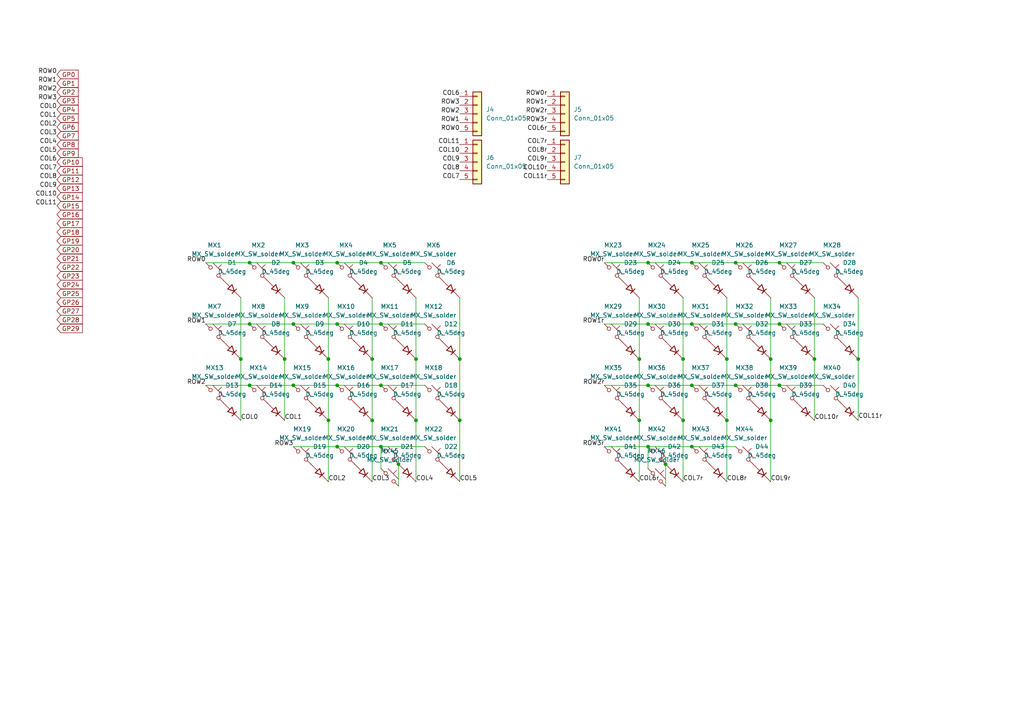
<source format=kicad_sch>
(kicad_sch (version 20250114) (generator "eeschema") (generator_version "9.0")
  (paper "A4")
  (lib_symbols
    (symbol "Connector_Generic:Conn_01x05" (pin_names (offset 1.016) (hide yes))
      (property "Reference" "J" (at 0 7.62 0))
      (property "Value" "Conn_01x05" (at 0 -7.62 0))
      (symbol "Conn_01x05_1_1"
        (rectangle (start -1.27 6.35) (end 1.27 -6.35) (stroke (width 0.254)) (fill (type background)))
        (rectangle (start -1.27 5.207) (end 0 4.953) (stroke (width 0.1524)))
        (rectangle (start -1.27 2.667) (end 0 2.413) (stroke (width 0.1524)))
        (rectangle (start -1.27 0.127) (end 0 -0.127) (stroke (width 0.1524)))
        (rectangle (start -1.27 -2.413) (end 0 -2.667) (stroke (width 0.1524)))
        (rectangle (start -1.27 -4.953) (end 0 -5.207) (stroke (width 0.1524)))
        (pin passive line (at -5.08 5.08 0) (length 3.81) (name "Pin_1") (number "1"))
        (pin passive line (at -5.08 2.54 0) (length 3.81) (name "Pin_2") (number "2"))
        (pin passive line (at -5.08 0 0) (length 3.81) (name "Pin_3") (number "3"))
        (pin passive line (at -5.08 -2.54 0) (length 3.81) (name "Pin_4") (number "4"))
        (pin passive line (at -5.08 -5.08 0) (length 3.81) (name "Pin_5") (number "5"))
      )
    )
    (symbol "Device:D_45deg" (pin_numbers (hide yes)) (pin_names (offset 0) (hide yes))
      (property "Reference" "D" (at 1.27 2.54 0))
      (property "Value" "D_45deg" (at 1.27 0 0))
      (symbol "D_45deg_0_1"
        (polyline (pts (xy -1.27 0) (xy 0 1.27) (xy 0.635 -0.635) (xy -1.27 0)) (stroke (width 0.254)))
        (polyline (pts (xy -0.635 0.635) (xy -2.54 2.54)))
        (polyline (pts (xy 0 -1.27) (xy 1.27 0)) (stroke (width 0.254)))
        (polyline (pts (xy 2.54 -2.54) (xy 0.635 -0.635)))
      )
      (symbol "D_45deg_1_1"
        (pin passive line (at -2.54 2.54 0) (length 0) (name "A") (number "2"))
        (pin passive line (at 2.54 -2.54 180) (length 0) (name "K") (number "1"))
      )
    )
    (symbol "PCM_marbastlib-mx:MX_SW_solder" (pin_numbers (hide yes)) (pin_names (offset 1.016) (hide yes))
      (property "Reference" "MX" (at 3.048 1.016 0))
      (property "Value" "MX_SW_solder" (at 0 -3.81 0))
      (symbol "MX_SW_solder_0_1"
        (polyline (pts (xy -2.54 2.54) (xy -1.524 1.524) (xy -1.524 1.524)))
        (circle (center -1.1684 1.1684) (radius 0.508))
        (polyline (pts (xy -0.508 2.54) (xy 2.54 -0.508)))
        (polyline (pts (xy 1.016 1.016) (xy 2.032 2.032)))
        (circle (center 1.143 -1.1938) (radius 0.508))
        (polyline (pts (xy 1.524 -1.524) (xy 2.54 -2.54) (xy 2.54 -2.54) (xy 2.54 -2.54)))
        (pin passive line (at -2.54 2.54 0) (length 0) (name "1") (number "1"))
        (pin passive line (at 2.54 -2.54 180) (length 0) (name "2") (number "2"))
      )
    )
  )
  (junction (at 110.49 111.76))
  (junction (at 120.65 104.14))
  (junction (at 185.42 121.92))
  (junction (at 187.96 111.76))
  (junction (at 107.95 121.92))
  (junction (at 187.96 93.98))
  (junction (at 82.55 104.14))
  (junction (at 187.96 129.54))
  (junction (at 200.66 93.98))
  (junction (at 226.06 93.98))
  (junction (at 97.79 129.54))
  (junction (at 198.12 121.92))
  (junction (at 97.79 76.2))
  (junction (at 110.49 93.98))
  (junction (at 193.04 134.62))
  (junction (at 213.36 76.2))
  (junction (at 72.39 76.2))
  (junction (at 97.79 111.76))
  (junction (at 200.66 111.76))
  (junction (at 97.79 93.98))
  (junction (at 133.35 121.92))
  (junction (at 85.09 93.98))
  (junction (at 213.36 93.98))
  (junction (at 107.95 104.14))
  (junction (at 110.49 129.54))
  (junction (at 223.52 121.92))
  (junction (at 248.92 104.14))
  (junction (at 120.65 121.92))
  (junction (at 200.66 76.2))
  (junction (at 95.25 121.92))
  (junction (at 226.06 76.2))
  (junction (at 236.22 104.14))
  (junction (at 72.39 93.98))
  (junction (at 213.36 111.76))
  (junction (at 185.42 104.14))
  (junction (at 110.49 76.2))
  (junction (at 69.85 104.14))
  (junction (at 198.12 104.14))
  (junction (at 72.39 111.76))
  (junction (at 95.25 104.14))
  (junction (at 200.66 129.54))
  (junction (at 85.09 111.76))
  (junction (at 85.09 76.2))
  (junction (at 115.57 134.62))
  (junction (at 133.35 104.14))
  (junction (at 226.06 111.76))
  (junction (at 210.82 121.92))
  (junction (at 210.82 104.14))
  (junction (at 223.52 104.14))
  (junction (at 187.96 76.2))
  (wire (pts (xy 200.66 111.76) (xy 213.36 111.76)))
  (wire (pts (xy 226.06 93.98) (xy 238.76 93.98)))
  (wire (pts (xy 85.09 93.98) (xy 97.79 93.98)))
  (wire (pts (xy 133.35 86.36) (xy 133.35 104.14)))
  (wire (pts (xy 236.22 86.36) (xy 236.22 104.14)))
  (wire (pts (xy 133.35 121.92) (xy 133.35 139.7)))
  (wire (pts (xy 226.06 111.76) (xy 238.76 111.76)))
  (wire (pts (xy 193.04 134.62) (xy 193.04 140.97)))
  (wire (pts (xy 82.55 86.36) (xy 82.55 104.14)))
  (wire (pts (xy 107.95 104.14) (xy 107.95 121.92)))
  (wire (pts (xy 107.95 86.36) (xy 107.95 104.14)))
  (wire (pts (xy 120.65 121.92) (xy 120.65 139.7)))
  (wire (pts (xy 248.92 104.14) (xy 248.92 121.92)))
  (wire (pts (xy 82.55 104.14) (xy 82.55 121.92)))
  (wire (pts (xy 187.96 129.54) (xy 200.66 129.54)))
  (wire (pts (xy 185.42 121.92) (xy 185.42 139.7)))
  (wire (pts (xy 236.22 104.14) (xy 236.22 121.92)))
  (wire (pts (xy 187.96 76.2) (xy 200.66 76.2)))
  (wire (pts (xy 69.85 86.36) (xy 69.85 104.14)))
  (wire (pts (xy 210.82 121.92) (xy 210.82 139.7)))
  (wire (pts (xy 85.09 129.54) (xy 97.79 129.54)))
  (wire (pts (xy 185.42 104.14) (xy 185.42 121.92)))
  (wire (pts (xy 110.49 76.2) (xy 123.19 76.2)))
  (wire (pts (xy 187.96 129.54) (xy 187.96 135.89)))
  (wire (pts (xy 72.39 93.98) (xy 85.09 93.98)))
  (wire (pts (xy 210.82 104.14) (xy 210.82 121.92)))
  (wire (pts (xy 226.06 76.2) (xy 238.76 76.2)))
  (wire (pts (xy 223.52 121.92) (xy 223.52 139.7)))
  (wire (pts (xy 213.36 111.76) (xy 226.06 111.76)))
  (wire (pts (xy 187.96 93.98) (xy 200.66 93.98)))
  (wire (pts (xy 133.35 104.14) (xy 133.35 121.92)))
  (wire (pts (xy 110.49 129.54) (xy 123.19 129.54)))
  (wire (pts (xy 213.36 76.2) (xy 226.06 76.2)))
  (wire (pts (xy 59.69 93.98) (xy 72.39 93.98)))
  (wire (pts (xy 175.26 93.98) (xy 187.96 93.98)))
  (wire (pts (xy 97.79 93.98) (xy 110.49 93.98)))
  (wire (pts (xy 95.25 104.14) (xy 95.25 121.92)))
  (wire (pts (xy 248.92 86.36) (xy 248.92 104.14)))
  (wire (pts (xy 107.95 121.92) (xy 107.95 139.7)))
  (wire (pts (xy 120.65 104.14) (xy 120.65 121.92)))
  (wire (pts (xy 110.49 93.98) (xy 123.19 93.98)))
  (wire (pts (xy 69.85 104.14) (xy 69.85 121.92)))
  (wire (pts (xy 185.42 86.36) (xy 185.42 104.14)))
  (wire (pts (xy 97.79 129.54) (xy 110.49 129.54)))
  (wire (pts (xy 213.36 93.98) (xy 226.06 93.98)))
  (wire (pts (xy 198.12 86.36) (xy 198.12 104.14)))
  (wire (pts (xy 120.65 86.36) (xy 120.65 104.14)))
  (wire (pts (xy 95.25 121.92) (xy 95.25 139.7)))
  (wire (pts (xy 110.49 129.54) (xy 110.49 135.89)))
  (wire (pts (xy 95.25 86.36) (xy 95.25 104.14)))
  (wire (pts (xy 200.66 76.2) (xy 213.36 76.2)))
  (wire (pts (xy 110.49 111.76) (xy 123.19 111.76)))
  (wire (pts (xy 223.52 86.36) (xy 223.52 104.14)))
  (wire (pts (xy 223.52 104.14) (xy 223.52 121.92)))
  (wire (pts (xy 210.82 86.36) (xy 210.82 104.14)))
  (wire (pts (xy 59.69 76.2) (xy 72.39 76.2)))
  (wire (pts (xy 72.39 76.2) (xy 85.09 76.2)))
  (wire (pts (xy 175.26 111.76) (xy 187.96 111.76)))
  (wire (pts (xy 200.66 129.54) (xy 213.36 129.54)))
  (wire (pts (xy 115.57 134.62) (xy 115.57 140.97)))
  (wire (pts (xy 85.09 76.2) (xy 97.79 76.2)))
  (wire (pts (xy 187.96 111.76) (xy 200.66 111.76)))
  (wire (pts (xy 198.12 121.92) (xy 198.12 139.7)))
  (wire (pts (xy 85.09 111.76) (xy 97.79 111.76)))
  (wire (pts (xy 175.26 76.2) (xy 187.96 76.2)))
  (wire (pts (xy 175.26 129.54) (xy 187.96 129.54)))
  (wire (pts (xy 198.12 104.14) (xy 198.12 121.92)))
  (wire (pts (xy 72.39 111.76) (xy 85.09 111.76)))
  (wire (pts (xy 59.69 111.76) (xy 72.39 111.76)))
  (wire (pts (xy 97.79 111.76) (xy 110.49 111.76)))
  (wire (pts (xy 200.66 93.98) (xy 213.36 93.98)))
  (wire (pts (xy 97.79 76.2) (xy 110.49 76.2)))
  (label "COL11" (at 16.51 59.69 180))
  (label "COL6r" (at 158.75 38.1 180))
  (label "COL2" (at 16.51 36.83 180))
  (label "ROW3" (at 133.35 30.48 180))
  (label "ROW3" (at 85.09 129.54 180))
  (label "ROW2" (at 59.69 111.76 180))
  (label "COL5" (at 16.51 44.45 180))
  (label "COL8" (at 133.35 49.53 180))
  (label "COL7" (at 133.35 52.07 180))
  (label "ROW3r" (at 175.26 129.54 180))
  (label "COL10r" (at 236.22 121.92 0))
  (label "ROW2r" (at 158.75 33.02 180))
  (label "COL6" (at 133.35 27.94 180))
  (label "COL8r" (at 158.75 44.45 180))
  (label "ROW0" (at 16.51 21.59 180))
  (label "COL6" (at 16.51 46.99 180))
  (label "COL10" (at 16.51 57.15 180))
  (label "COL10r" (at 158.75 49.53 180))
  (label "COL11r" (at 248.92 121.6172 0))
  (label "COL4" (at 120.65 139.7 0))
  (label "ROW1" (at 16.51 24.13 180))
  (label "COL6r" (at 185.42 139.7 0))
  (label "COL2" (at 95.25 139.7 0))
  (label "COL11r" (at 158.75 52.07 180))
  (label "COL7" (at 16.51 49.53 180))
  (label "ROW1r" (at 158.75 30.48 180))
  (label "ROW0r" (at 175.26 76.2 180))
  (label "COL9r" (at 158.75 46.99 180))
  (label "COL1" (at 16.51 34.29 180))
  (label "COL3" (at 16.51 39.37 180))
  (label "ROW1" (at 59.69 93.98 180))
  (label "ROW3" (at 16.51 29.21 180))
  (label "COL9" (at 133.35 46.99 180))
  (label "COL7r" (at 158.75 41.91 180))
  (label "COL8" (at 16.51 52.07 180))
  (label "COL4" (at 16.51 41.91 180))
  (label "COL9" (at 16.51 54.61 180))
  (label "ROW0" (at 133.35 38.1 180))
  (label "ROW2" (at 16.51 26.67 180))
  (label "COL11" (at 133.35 41.91 180))
  (label "COL1" (at 82.55 121.92 0))
  (label "COL5" (at 133.35 139.7 0))
  (label "ROW3r" (at 158.75 35.56 180))
  (label "ROW2" (at 133.35 33.02 180))
  (label "COL10" (at 133.35 44.45 180))
  (label "COL0" (at 16.51 31.75 180))
  (label "ROW0" (at 59.69 76.2 180))
  (label "ROW1" (at 133.35 35.56 180))
  (label "ROW0r" (at 158.75 27.94 180))
  (label "ROW1r" (at 175.26 93.98 180))
  (label "ROW2r" (at 175.3632 111.76 180))
  (label "COL0" (at 69.85 121.92 0))
  (label "COL7r" (at 198.12 139.6987 0))
  (label "COL8r" (at 210.82 139.7 0))
  (label "COL9r" (at 223.52 139.7 0))
  (label "COL3" (at 107.95 139.7 0))
  (global_label "GP18" (shape input) (at 16.51 67.31 0) (property "Intersheetrefs" "${INTERSHEET_REFS}" (effects (hide yes))))
  (global_label "GP15" (shape input) (at 16.51 59.69 0) (property "Intersheetrefs" "${INTERSHEET_REFS}" (effects (hide yes))))
  (global_label "GP6" (shape input) (at 16.51 36.83 0) (property "Intersheetrefs" "${INTERSHEET_REFS}" (effects (hide yes))))
  (global_label "GP13" (shape input) (at 16.51 54.61 0) (property "Intersheetrefs" "${INTERSHEET_REFS}" (effects (hide yes))))
  (global_label "GP12" (shape input) (at 16.51 52.07 0) (property "Intersheetrefs" "${INTERSHEET_REFS}" (effects (hide yes))))
  (global_label "GP7" (shape input) (at 16.51 39.37 0) (property "Intersheetrefs" "${INTERSHEET_REFS}" (effects (hide yes))))
  (global_label "GP14" (shape input) (at 16.51 57.15 0) (property "Intersheetrefs" "${INTERSHEET_REFS}" (effects (hide yes))))
  (global_label "GP23" (shape input) (at 16.51 80.01 0) (property "Intersheetrefs" "${INTERSHEET_REFS}" (effects (hide yes))))
  (global_label "GP11" (shape input) (at 16.51 49.53 0) (property "Intersheetrefs" "${INTERSHEET_REFS}" (effects (hide yes))))
  (global_label "GP22" (shape input) (at 16.51 77.47 0) (property "Intersheetrefs" "${INTERSHEET_REFS}" (effects (hide yes))))
  (global_label "GP29" (shape input) (at 16.51 95.25 0) (property "Intersheetrefs" "${INTERSHEET_REFS}" (effects (hide yes))))
  (global_label "GP3" (shape input) (at 16.51 29.21 0) (property "Intersheetrefs" "${INTERSHEET_REFS}" (effects (hide yes))))
  (global_label "GP26" (shape input) (at 16.51 87.63 0) (property "Intersheetrefs" "${INTERSHEET_REFS}" (effects (hide yes))))
  (global_label "GP16" (shape input) (at 16.51 62.23 0) (property "Intersheetrefs" "${INTERSHEET_REFS}" (effects (hide yes))))
  (global_label "GP20" (shape input) (at 16.51 72.39 0) (property "Intersheetrefs" "${INTERSHEET_REFS}" (effects (hide yes))))
  (global_label "GP28" (shape input) (at 16.51 92.71 0) (property "Intersheetrefs" "${INTERSHEET_REFS}" (effects (hide yes))))
  (global_label "GP21" (shape input) (at 16.51 74.93 0) (property "Intersheetrefs" "${INTERSHEET_REFS}" (effects (hide yes))))
  (global_label "GP1" (shape input) (at 16.51 24.13 0) (property "Intersheetrefs" "${INTERSHEET_REFS}" (effects (hide yes))))
  (global_label "GP2" (shape input) (at 16.51 26.67 0) (property "Intersheetrefs" "${INTERSHEET_REFS}" (effects (hide yes))))
  (global_label "GP24" (shape input) (at 16.51 82.55 0) (property "Intersheetrefs" "${INTERSHEET_REFS}" (effects (hide yes))))
  (global_label "GP17" (shape input) (at 16.51 64.77 0) (property "Intersheetrefs" "${INTERSHEET_REFS}" (effects (hide yes))))
  (global_label "GP5" (shape input) (at 16.51 34.29 0) (property "Intersheetrefs" "${INTERSHEET_REFS}" (effects (hide yes))))
  (global_label "GP8" (shape input) (at 16.51 41.91 0) (property "Intersheetrefs" "${INTERSHEET_REFS}" (effects (hide yes))))
  (global_label "GP25" (shape input) (at 16.51 85.09 0) (property "Intersheetrefs" "${INTERSHEET_REFS}" (effects (hide yes))))
  (global_label "GP4" (shape input) (at 16.51 31.75 0) (property "Intersheetrefs" "${INTERSHEET_REFS}" (effects (hide yes))))
  (global_label "GP0" (shape input) (at 16.51 21.59 0) (property "Intersheetrefs" "${INTERSHEET_REFS}" (effects (hide yes))))
  (global_label "GP9" (shape input) (at 16.51 44.45 0) (property "Intersheetrefs" "${INTERSHEET_REFS}" (effects (hide yes))))
  (global_label "GP10" (shape input) (at 16.51 46.99 0) (property "Intersheetrefs" "${INTERSHEET_REFS}" (effects (hide yes))))
  (global_label "GP27" (shape input) (at 16.51 90.17 0) (property "Intersheetrefs" "${INTERSHEET_REFS}" (effects (hide yes))))
  (global_label "GP19" (shape input) (at 16.51 69.85 0) (property "Intersheetrefs" "${INTERSHEET_REFS}" (effects (hide yes))))
  (symbol (lib_id "PCM_marbastlib-mx:MX_SW_solder") (at 190.5 132.08 0) (unit 1)
    (property "Reference" "MX42" (at 190.5 124.46 0))
    (property "Value" "MX_SW_solder" (at 190.5 127 0))
    (property "Footprint" "PCM_marbastlib-mx:SW_MX_1u" (effects (hide yes)))
    (property "Description" "Push button switch, normally open, two pins, 45° tilted" (effects (hide yes)))
  )
  (symbol (lib_id "PCM_marbastlib-mx:MX_SW_solder") (at 87.63 114.3 0) (unit 1)
    (property "Reference" "MX15" (at 87.63 106.68 0))
    (property "Value" "MX_SW_solder" (at 87.63 109.22 0))
    (property "Footprint" "PCM_marbastlib-mx:SW_MX_1u" (effects (hide yes)))
    (property "Description" "Push button switch, normally open, two pins, 45° tilted" (effects (hide yes)))
  )
  (symbol (lib_id "Device:D_45deg") (at 182.88 83.82 0) (unit 1)
    (property "Reference" "D23" (at 182.88 76.2 0))
    (property "Value" "D_45deg" (at 182.88 78.74 0))
    (property "Footprint" "pcb:D_SOD-123-minimal" (effects (hide yes)))
    (property "Description" "Diode, rotated by 45°" (effects (hide yes)))
    (property "Sim.Device" "D" (effects (hide yes)))
    (property "Sim.Pins" "1=K 2=A" (effects (hide yes)))
  )
  (symbol (lib_id "PCM_marbastlib-mx:MX_SW_solder") (at 100.33 96.52 0) (unit 1)
    (property "Reference" "MX10" (at 100.33 88.9 0))
    (property "Value" "MX_SW_solder" (at 100.33 91.44 0))
    (property "Footprint" "PCM_marbastlib-mx:SW_MX_1u" (effects (hide yes)))
    (property "Description" "Push button switch, normally open, two pins, 45° tilted" (effects (hide yes)))
  )
  (symbol (lib_id "Device:D_45deg") (at 118.11 83.82 0) (unit 1)
    (property "Reference" "D5" (at 118.11 76.2 0))
    (property "Value" "D_45deg" (at 118.11 78.74 0))
    (property "Footprint" "pcb:D_SOD-123-minimal" (effects (hide yes)))
    (property "Description" "Diode, rotated by 45°" (effects (hide yes)))
    (property "Sim.Device" "D" (effects (hide yes)))
    (property "Sim.Pins" "1=K 2=A" (effects (hide yes)))
  )
  (symbol (lib_id "Connector_Generic:Conn_01x05") (at 138.43 33.02 0) (unit 1)
    (property "Reference" "J4" (at 140.97 31.7499 0) (effects (justify left)))
    (property "Value" "Conn_01x05" (at 140.97 34.2899 0) (effects (justify left)))
    (property "Footprint" "Connector_JST:JST_GH_SM05B-GHS-TB_1x05-1MP_P1.25mm_Horizontal" (effects (hide yes)))
    (property "Description" "Generic connector, single row, 01x05, script generated (kicad-library-utils/schlib/autogen/connector/)" (effects (hide yes)))
  )
  (symbol (lib_id "PCM_marbastlib-mx:MX_SW_solder") (at 62.23 78.74 0) (unit 1)
    (property "Reference" "MX1" (at 62.23 71.12 0))
    (property "Value" "MX_SW_solder" (at 62.23 73.66 0))
    (property "Footprint" "PCM_marbastlib-mx:SW_MX_1u" (effects (hide yes)))
    (property "Description" "Push button switch, normally open, two pins, 45° tilted" (effects (hide yes)))
  )
  (symbol (lib_id "PCM_marbastlib-mx:MX_SW_solder") (at 241.3 114.3 0) (unit 1)
    (property "Reference" "MX40" (at 241.3 106.68 0))
    (property "Value" "MX_SW_solder" (at 241.3 109.22 0))
    (property "Footprint" "PCM_marbastlib-mx:SW_MX_1u" (effects (hide yes)))
    (property "Description" "Push button switch, normally open, two pins, 45° tilted" (effects (hide yes)))
  )
  (symbol (lib_id "Device:D_45deg") (at 105.41 137.16 0) (unit 1)
    (property "Reference" "D20" (at 105.41 129.54 0))
    (property "Value" "D_45deg" (at 105.41 132.08 0))
    (property "Footprint" "pcb:D_SOD-123-minimal" (effects (hide yes)))
    (property "Description" "Diode, rotated by 45°" (effects (hide yes)))
    (property "Sim.Device" "D" (effects (hide yes)))
    (property "Sim.Pins" "1=K 2=A" (effects (hide yes)))
  )
  (symbol (lib_id "PCM_marbastlib-mx:MX_SW_solder") (at 203.2 96.52 0) (unit 1)
    (property "Reference" "MX31" (at 203.2 88.9 0))
    (property "Value" "MX_SW_solder" (at 203.2 91.44 0))
    (property "Footprint" "PCM_marbastlib-mx:SW_MX_1u" (effects (hide yes)))
    (property "Description" "Push button switch, normally open, two pins, 45° tilted" (effects (hide yes)))
  )
  (symbol (lib_id "PCM_marbastlib-mx:MX_SW_solder") (at 177.8 114.3 0) (unit 1)
    (property "Reference" "MX35" (at 177.8 106.68 0))
    (property "Value" "MX_SW_solder" (at 177.8 109.22 0))
    (property "Footprint" "PCM_marbastlib-mx:SW_MX_1u" (effects (hide yes)))
    (property "Description" "Push button switch, normally open, two pins, 45° tilted" (effects (hide yes)))
  )
  (symbol (lib_id "Device:D_45deg") (at 195.58 83.82 0) (unit 1)
    (property "Reference" "D24" (at 195.58 76.2 0))
    (property "Value" "D_45deg" (at 195.58 78.74 0))
    (property "Footprint" "pcb:D_SOD-123-minimal" (effects (hide yes)))
    (property "Description" "Diode, rotated by 45°" (effects (hide yes)))
    (property "Sim.Device" "D" (effects (hide yes)))
    (property "Sim.Pins" "1=K 2=A" (effects (hide yes)))
  )
  (symbol (lib_id "PCM_marbastlib-mx:MX_SW_solder") (at 177.8 132.08 0) (unit 1)
    (property "Reference" "MX41" (at 177.8 124.46 0))
    (property "Value" "MX_SW_solder" (at 177.8 127 0))
    (property "Footprint" "PCM_marbastlib-mx:SW_MX_1u" (effects (hide yes)))
    (property "Description" "Push button switch, normally open, two pins, 45° tilted" (effects (hide yes)))
  )
  (symbol (lib_id "Connector_Generic:Conn_01x05") (at 163.83 33.02 0) (unit 1)
    (property "Reference" "J5" (at 166.37 31.7499 0) (effects (justify left)))
    (property "Value" "Conn_01x05" (at 166.37 34.2899 0) (effects (justify left)))
    (property "Footprint" "Connector_JST:JST_GH_SM05B-GHS-TB_1x05-1MP_P1.25mm_Horizontal" (effects (hide yes)))
    (property "Description" "Generic connector, single row, 01x05, script generated (kicad-library-utils/schlib/autogen/connector/)" (effects (hide yes)))
  )
  (symbol (lib_id "PCM_marbastlib-mx:MX_SW_solder") (at 215.9 78.74 0) (unit 1)
    (property "Reference" "MX26" (at 215.9 71.12 0))
    (property "Value" "MX_SW_solder" (at 215.9 73.66 0))
    (property "Footprint" "PCM_marbastlib-mx:SW_MX_1u" (effects (hide yes)))
    (property "Description" "Push button switch, normally open, two pins, 45° tilted" (effects (hide yes)))
  )
  (symbol (lib_id "Device:D_45deg") (at 118.11 137.16 0) (unit 1)
    (property "Reference" "D21" (at 118.11 129.54 0))
    (property "Value" "D_45deg" (at 118.11 132.08 0))
    (property "Footprint" "pcb:D_SOD-123-minimal" (effects (hide yes)))
    (property "Description" "Diode, rotated by 45°" (effects (hide yes)))
    (property "Sim.Device" "D" (effects (hide yes)))
    (property "Sim.Pins" "1=K 2=A" (effects (hide yes)))
  )
  (symbol (lib_id "Device:D_45deg") (at 246.38 119.38 0) (unit 1)
    (property "Reference" "D40" (at 246.38 111.76 0))
    (property "Value" "D_45deg" (at 246.38 114.3 0))
    (property "Footprint" "pcb:D_SOD-123-minimal" (effects (hide yes)))
    (property "Description" "Diode, rotated by 45°" (effects (hide yes)))
    (property "Sim.Device" "D" (effects (hide yes)))
    (property "Sim.Pins" "1=K 2=A" (effects (hide yes)))
  )
  (symbol (lib_id "PCM_marbastlib-mx:MX_SW_solder") (at 113.03 138.43 0) (unit 1)
    (property "Reference" "MX45" (at 113.03 130.81 0))
    (property "Value" "MX_SW_solder" (at 113.03 133.35 0))
    (property "Footprint" "PCM_marbastlib-mx:SW_MX_1u" (effects (hide yes)))
    (property "Description" "Push button switch, normally open, two pins, 45° tilted" (effects (hide yes)))
  )
  (symbol (lib_id "PCM_marbastlib-mx:MX_SW_solder") (at 100.33 78.74 0) (unit 1)
    (property "Reference" "MX4" (at 100.33 71.12 0))
    (property "Value" "MX_SW_solder" (at 100.33 73.66 0))
    (property "Footprint" "PCM_marbastlib-mx:SW_MX_1u" (effects (hide yes)))
    (property "Description" "Push button switch, normally open, two pins, 45° tilted" (effects (hide yes)))
  )
  (symbol (lib_id "PCM_marbastlib-mx:MX_SW_solder") (at 177.8 78.74 0) (unit 1)
    (property "Reference" "MX23" (at 177.8 71.12 0))
    (property "Value" "MX_SW_solder" (at 177.8 73.66 0))
    (property "Footprint" "PCM_marbastlib-mx:SW_MX_1u" (effects (hide yes)))
    (property "Description" "Push button switch, normally open, two pins, 45° tilted" (effects (hide yes)))
  )
  (symbol (lib_id "Device:D_45deg") (at 118.11 119.38 0) (unit 1)
    (property "Reference" "D17" (at 118.11 111.76 0))
    (property "Value" "D_45deg" (at 118.11 114.3 0))
    (property "Footprint" "pcb:D_SOD-123-minimal" (effects (hide yes)))
    (property "Description" "Diode, rotated by 45°" (effects (hide yes)))
    (property "Sim.Device" "D" (effects (hide yes)))
    (property "Sim.Pins" "1=K 2=A" (effects (hide yes)))
  )
  (symbol (lib_id "Device:D_45deg") (at 195.58 119.38 0) (unit 1)
    (property "Reference" "D36" (at 195.58 111.76 0))
    (property "Value" "D_45deg" (at 195.58 114.3 0))
    (property "Footprint" "pcb:D_SOD-123-minimal" (effects (hide yes)))
    (property "Description" "Diode, rotated by 45°" (effects (hide yes)))
    (property "Sim.Device" "D" (effects (hide yes)))
    (property "Sim.Pins" "1=K 2=A" (effects (hide yes)))
  )
  (symbol (lib_id "Device:D_45deg") (at 80.01 83.82 0) (unit 1)
    (property "Reference" "D2" (at 80.01 76.2 0))
    (property "Value" "D_45deg" (at 80.01 78.74 0))
    (property "Footprint" "pcb:D_SOD-123-minimal" (effects (hide yes)))
    (property "Description" "Diode, rotated by 45°" (effects (hide yes)))
    (property "Sim.Device" "D" (effects (hide yes)))
    (property "Sim.Pins" "1=K 2=A" (effects (hide yes)))
  )
  (symbol (lib_id "PCM_marbastlib-mx:MX_SW_solder") (at 215.9 132.08 0) (unit 1)
    (property "Reference" "MX44" (at 215.9 124.46 0))
    (property "Value" "MX_SW_solder" (at 215.9 127 0))
    (property "Footprint" "PCM_marbastlib-mx:SW_MX_1u" (effects (hide yes)))
    (property "Description" "Push button switch, normally open, two pins, 45° tilted" (effects (hide yes)))
  )
  (symbol (lib_id "PCM_marbastlib-mx:MX_SW_solder") (at 62.23 96.52 0) (unit 1)
    (property "Reference" "MX7" (at 62.23 88.9 0))
    (property "Value" "MX_SW_solder" (at 62.23 91.44 0))
    (property "Footprint" "PCM_marbastlib-mx:SW_MX_1u" (effects (hide yes)))
    (property "Description" "Push button switch, normally open, two pins, 45° tilted" (effects (hide yes)))
  )
  (symbol (lib_id "PCM_marbastlib-mx:MX_SW_solder") (at 241.3 96.52 0) (unit 1)
    (property "Reference" "MX34" (at 241.3 88.9 0))
    (property "Value" "MX_SW_solder" (at 241.3 91.44 0))
    (property "Footprint" "PCM_marbastlib-mx:SW_MX_1u" (effects (hide yes)))
    (property "Description" "Push button switch, normally open, two pins, 45° tilted" (effects (hide yes)))
  )
  (symbol (lib_id "Device:D_45deg") (at 233.68 83.82 0) (unit 1)
    (property "Reference" "D27" (at 233.68 76.2 0))
    (property "Value" "D_45deg" (at 233.68 78.74 0))
    (property "Footprint" "pcb:D_SOD-123-minimal" (effects (hide yes)))
    (property "Description" "Diode, rotated by 45°" (effects (hide yes)))
    (property "Sim.Device" "D" (effects (hide yes)))
    (property "Sim.Pins" "1=K 2=A" (effects (hide yes)))
  )
  (symbol (lib_id "Device:D_45deg") (at 182.88 119.38 0) (unit 1)
    (property "Reference" "D35" (at 182.88 111.76 0))
    (property "Value" "D_45deg" (at 182.88 114.3 0))
    (property "Footprint" "pcb:D_SOD-123-minimal" (effects (hide yes)))
    (property "Description" "Diode, rotated by 45°" (effects (hide yes)))
    (property "Sim.Device" "D" (effects (hide yes)))
    (property "Sim.Pins" "1=K 2=A" (effects (hide yes)))
  )
  (symbol (lib_id "PCM_marbastlib-mx:MX_SW_solder") (at 74.93 78.74 0) (unit 1)
    (property "Reference" "MX2" (at 74.93 71.12 0))
    (property "Value" "MX_SW_solder" (at 74.93 73.66 0))
    (property "Footprint" "PCM_marbastlib-mx:SW_MX_1u" (effects (hide yes)))
    (property "Description" "Push button switch, normally open, two pins, 45° tilted" (effects (hide yes)))
  )
  (symbol (lib_id "PCM_marbastlib-mx:MX_SW_solder") (at 125.73 96.52 0) (unit 1)
    (property "Reference" "MX12" (at 125.73 88.9 0))
    (property "Value" "MX_SW_solder" (at 125.73 91.44 0))
    (property "Footprint" "PCM_marbastlib-mx:SW_MX_1u" (effects (hide yes)))
    (property "Description" "Push button switch, normally open, two pins, 45° tilted" (effects (hide yes)))
  )
  (symbol (lib_id "PCM_marbastlib-mx:MX_SW_solder") (at 228.6 96.52 0) (unit 1)
    (property "Reference" "MX33" (at 228.6 88.9 0))
    (property "Value" "MX_SW_solder" (at 228.6 91.44 0))
    (property "Footprint" "PCM_marbastlib-mx:SW_MX_1u" (effects (hide yes)))
    (property "Description" "Push button switch, normally open, two pins, 45° tilted" (effects (hide yes)))
  )
  (symbol (lib_id "Device:D_45deg") (at 67.31 101.6 0) (unit 1)
    (property "Reference" "D7" (at 67.31 93.98 0))
    (property "Value" "D_45deg" (at 67.31 96.52 0))
    (property "Footprint" "pcb:D_SOD-123-minimal" (effects (hide yes)))
    (property "Description" "Diode, rotated by 45°" (effects (hide yes)))
    (property "Sim.Device" "D" (effects (hide yes)))
    (property "Sim.Pins" "1=K 2=A" (effects (hide yes)))
  )
  (symbol (lib_id "PCM_marbastlib-mx:MX_SW_solder") (at 113.03 96.52 0) (unit 1)
    (property "Reference" "MX11" (at 113.03 88.9 0))
    (property "Value" "MX_SW_solder" (at 113.03 91.44 0))
    (property "Footprint" "PCM_marbastlib-mx:SW_MX_1u" (effects (hide yes)))
    (property "Description" "Push button switch, normally open, two pins, 45° tilted" (effects (hide yes)))
  )
  (symbol (lib_id "Device:D_45deg") (at 105.41 83.82 0) (unit 1)
    (property "Reference" "D4" (at 105.41 76.2 0))
    (property "Value" "D_45deg" (at 105.41 78.74 0))
    (property "Footprint" "pcb:D_SOD-123-minimal" (effects (hide yes)))
    (property "Description" "Diode, rotated by 45°" (effects (hide yes)))
    (property "Sim.Device" "D" (effects (hide yes)))
    (property "Sim.Pins" "1=K 2=A" (effects (hide yes)))
  )
  (symbol (lib_id "PCM_marbastlib-mx:MX_SW_solder") (at 177.8 96.52 0) (unit 1)
    (property "Reference" "MX29" (at 177.8 88.9 0))
    (property "Value" "MX_SW_solder" (at 177.8 91.44 0))
    (property "Footprint" "PCM_marbastlib-mx:SW_MX_1u" (effects (hide yes)))
    (property "Description" "Push button switch, normally open, two pins, 45° tilted" (effects (hide yes)))
  )
  (symbol (lib_id "PCM_marbastlib-mx:MX_SW_solder") (at 203.2 78.74 0) (unit 1)
    (property "Reference" "MX25" (at 203.2 71.12 0))
    (property "Value" "MX_SW_solder" (at 203.2 73.66 0))
    (property "Footprint" "PCM_marbastlib-mx:SW_MX_1u" (effects (hide yes)))
    (property "Description" "Push button switch, normally open, two pins, 45° tilted" (effects (hide yes)))
  )
  (symbol (lib_id "Device:D_45deg") (at 130.81 137.16 0) (unit 1)
    (property "Reference" "D22" (at 130.81 129.54 0))
    (property "Value" "D_45deg" (at 130.81 132.08 0))
    (property "Footprint" "pcb:D_SOD-123-minimal" (effects (hide yes)))
    (property "Description" "Diode, rotated by 45°" (effects (hide yes)))
    (property "Sim.Device" "D" (effects (hide yes)))
    (property "Sim.Pins" "1=K 2=A" (effects (hide yes)))
  )
  (symbol (lib_id "Device:D_45deg") (at 118.11 101.6 0) (unit 1)
    (property "Reference" "D11" (at 118.11 93.98 0))
    (property "Value" "D_45deg" (at 118.11 96.52 0))
    (property "Footprint" "pcb:D_SOD-123-minimal" (effects (hide yes)))
    (property "Description" "Diode, rotated by 45°" (effects (hide yes)))
    (property "Sim.Device" "D" (effects (hide yes)))
    (property "Sim.Pins" "1=K 2=A" (effects (hide yes)))
  )
  (symbol (lib_id "Device:D_45deg") (at 208.28 119.38 0) (unit 1)
    (property "Reference" "D37" (at 208.28 111.76 0))
    (property "Value" "D_45deg" (at 208.28 114.3 0))
    (property "Footprint" "pcb:D_SOD-123-minimal" (effects (hide yes)))
    (property "Description" "Diode, rotated by 45°" (effects (hide yes)))
    (property "Sim.Device" "D" (effects (hide yes)))
    (property "Sim.Pins" "1=K 2=A" (effects (hide yes)))
  )
  (symbol (lib_id "PCM_marbastlib-mx:MX_SW_solder") (at 203.2 132.08 0) (unit 1)
    (property "Reference" "MX43" (at 203.2 124.46 0))
    (property "Value" "MX_SW_solder" (at 203.2 127 0))
    (property "Footprint" "PCM_marbastlib-mx:SW_MX_1u" (effects (hide yes)))
    (property "Description" "Push button switch, normally open, two pins, 45° tilted" (effects (hide yes)))
  )
  (symbol (lib_id "Device:D_45deg") (at 130.81 119.38 0) (unit 1)
    (property "Reference" "D18" (at 130.81 111.76 0))
    (property "Value" "D_45deg" (at 130.81 114.3 0))
    (property "Footprint" "pcb:D_SOD-123-minimal" (effects (hide yes)))
    (property "Description" "Diode, rotated by 45°" (effects (hide yes)))
    (property "Sim.Device" "D" (effects (hide yes)))
    (property "Sim.Pins" "1=K 2=A" (effects (hide yes)))
  )
  (symbol (lib_id "Device:D_45deg") (at 208.28 137.16 0) (unit 1)
    (property "Reference" "D43" (at 208.28 129.54 0))
    (property "Value" "D_45deg" (at 208.28 132.08 0))
    (property "Footprint" "pcb:D_SOD-123-minimal" (effects (hide yes)))
    (property "Description" "Diode, rotated by 45°" (effects (hide yes)))
    (property "Sim.Device" "D" (effects (hide yes)))
    (property "Sim.Pins" "1=K 2=A" (effects (hide yes)))
  )
  (symbol (lib_id "Device:D_45deg") (at 80.01 119.38 0) (unit 1)
    (property "Reference" "D14" (at 80.01 111.76 0))
    (property "Value" "D_45deg" (at 80.01 114.3 0))
    (property "Footprint" "pcb:D_SOD-123-minimal" (effects (hide yes)))
    (property "Description" "Diode, rotated by 45°" (effects (hide yes)))
    (property "Sim.Device" "D" (effects (hide yes)))
    (property "Sim.Pins" "1=K 2=A" (effects (hide yes)))
  )
  (symbol (lib_id "PCM_marbastlib-mx:MX_SW_solder") (at 190.5 96.52 0) (unit 1)
    (property "Reference" "MX30" (at 190.5 88.9 0))
    (property "Value" "MX_SW_solder" (at 190.5 91.44 0))
    (property "Footprint" "PCM_marbastlib-mx:SW_MX_1u" (effects (hide yes)))
    (property "Description" "Push button switch, normally open, two pins, 45° tilted" (effects (hide yes)))
  )
  (symbol (lib_id "Device:D_45deg") (at 220.98 137.16 0) (unit 1)
    (property "Reference" "D44" (at 220.98 129.54 0))
    (property "Value" "D_45deg" (at 220.98 132.08 0))
    (property "Footprint" "pcb:D_SOD-123-minimal" (effects (hide yes)))
    (property "Description" "Diode, rotated by 45°" (effects (hide yes)))
    (property "Sim.Device" "D" (effects (hide yes)))
    (property "Sim.Pins" "1=K 2=A" (effects (hide yes)))
  )
  (symbol (lib_id "Device:D_45deg") (at 92.71 101.6 0) (unit 1)
    (property "Reference" "D9" (at 92.71 93.98 0))
    (property "Value" "D_45deg" (at 92.71 96.52 0))
    (property "Footprint" "pcb:D_SOD-123-minimal" (effects (hide yes)))
    (property "Description" "Diode, rotated by 45°" (effects (hide yes)))
    (property "Sim.Device" "D" (effects (hide yes)))
    (property "Sim.Pins" "1=K 2=A" (effects (hide yes)))
  )
  (symbol (lib_id "PCM_marbastlib-mx:MX_SW_solder") (at 100.33 132.08 0) (unit 1)
    (property "Reference" "MX20" (at 100.33 124.46 0))
    (property "Value" "MX_SW_solder" (at 100.33 127 0))
    (property "Footprint" "PCM_marbastlib-mx:SW_MX_1u" (effects (hide yes)))
    (property "Description" "Push button switch, normally open, two pins, 45° tilted" (effects (hide yes)))
  )
  (symbol (lib_id "Device:D_45deg") (at 130.81 101.6 0) (unit 1)
    (property "Reference" "D12" (at 130.81 93.98 0))
    (property "Value" "D_45deg" (at 130.81 96.52 0))
    (property "Footprint" "pcb:D_SOD-123-minimal" (effects (hide yes)))
    (property "Description" "Diode, rotated by 45°" (effects (hide yes)))
    (property "Sim.Device" "D" (effects (hide yes)))
    (property "Sim.Pins" "1=K 2=A" (effects (hide yes)))
  )
  (symbol (lib_id "PCM_marbastlib-mx:MX_SW_solder") (at 190.5 78.74 0) (unit 1)
    (property "Reference" "MX24" (at 190.5 71.12 0))
    (property "Value" "MX_SW_solder" (at 190.5 73.66 0))
    (property "Footprint" "PCM_marbastlib-mx:SW_MX_1u" (effects (hide yes)))
    (property "Description" "Push button switch, normally open, two pins, 45° tilted" (effects (hide yes)))
  )
  (symbol (lib_id "Device:D_45deg") (at 208.28 83.82 0) (unit 1)
    (property "Reference" "D25" (at 208.28 76.2 0))
    (property "Value" "D_45deg" (at 208.28 78.74 0))
    (property "Footprint" "pcb:D_SOD-123-minimal" (effects (hide yes)))
    (property "Description" "Diode, rotated by 45°" (effects (hide yes)))
    (property "Sim.Device" "D" (effects (hide yes)))
    (property "Sim.Pins" "1=K 2=A" (effects (hide yes)))
  )
  (symbol (lib_id "Device:D_45deg") (at 92.71 137.16 0) (unit 1)
    (property "Reference" "D19" (at 92.71 129.54 0))
    (property "Value" "D_45deg" (at 92.71 132.08 0))
    (property "Footprint" "pcb:D_SOD-123-minimal" (effects (hide yes)))
    (property "Description" "Diode, rotated by 45°" (effects (hide yes)))
    (property "Sim.Device" "D" (effects (hide yes)))
    (property "Sim.Pins" "1=K 2=A" (effects (hide yes)))
  )
  (symbol (lib_id "Device:D_45deg") (at 80.01 101.6 0) (unit 1)
    (property "Reference" "D8" (at 80.01 93.98 0))
    (property "Value" "D_45deg" (at 80.01 96.52 0))
    (property "Footprint" "pcb:D_SOD-123-minimal" (effects (hide yes)))
    (property "Description" "Diode, rotated by 45°" (effects (hide yes)))
    (property "Sim.Device" "D" (effects (hide yes)))
    (property "Sim.Pins" "1=K 2=A" (effects (hide yes)))
  )
  (symbol (lib_id "Device:D_45deg") (at 182.88 101.6 0) (unit 1)
    (property "Reference" "D29" (at 182.88 93.98 0))
    (property "Value" "D_45deg" (at 182.88 96.52 0))
    (property "Footprint" "pcb:D_SOD-123-minimal" (effects (hide yes)))
    (property "Description" "Diode, rotated by 45°" (effects (hide yes)))
    (property "Sim.Device" "D" (effects (hide yes)))
    (property "Sim.Pins" "1=K 2=A" (effects (hide yes)))
  )
  (symbol (lib_id "Device:D_45deg") (at 233.68 101.6 0) (unit 1)
    (property "Reference" "D33" (at 233.68 93.98 0))
    (property "Value" "D_45deg" (at 233.68 96.52 0))
    (property "Footprint" "pcb:D_SOD-123-minimal" (effects (hide yes)))
    (property "Description" "Diode, rotated by 45°" (effects (hide yes)))
    (property "Sim.Device" "D" (effects (hide yes)))
    (property "Sim.Pins" "1=K 2=A" (effects (hide yes)))
  )
  (symbol (lib_id "Connector_Generic:Conn_01x05") (at 163.83 46.99 0) (unit 1)
    (property "Reference" "J7" (at 166.37 45.7199 0) (effects (justify left)))
    (property "Value" "Conn_01x05" (at 166.37 48.2599 0) (effects (justify left)))
    (property "Footprint" "Connector_JST:JST_GH_SM05B-GHS-TB_1x05-1MP_P1.25mm_Horizontal" (effects (hide yes)))
    (property "Description" "Generic connector, single row, 01x05, script generated (kicad-library-utils/schlib/autogen/connector/)" (effects (hide yes)))
  )
  (symbol (lib_id "Device:D_45deg") (at 233.68 119.38 0) (unit 1)
    (property "Reference" "D39" (at 233.68 111.76 0))
    (property "Value" "D_45deg" (at 233.68 114.3 0))
    (property "Footprint" "pcb:D_SOD-123-minimal" (effects (hide yes)))
    (property "Description" "Diode, rotated by 45°" (effects (hide yes)))
    (property "Sim.Device" "D" (effects (hide yes)))
    (property "Sim.Pins" "1=K 2=A" (effects (hide yes)))
  )
  (symbol (lib_id "PCM_marbastlib-mx:MX_SW_solder") (at 228.6 114.3 0) (unit 1)
    (property "Reference" "MX39" (at 228.6 106.68 0))
    (property "Value" "MX_SW_solder" (at 228.6 109.22 0))
    (property "Footprint" "PCM_marbastlib-mx:SW_MX_1u" (effects (hide yes)))
    (property "Description" "Push button switch, normally open, two pins, 45° tilted" (effects (hide yes)))
  )
  (symbol (lib_id "PCM_marbastlib-mx:MX_SW_solder") (at 125.73 114.3 0) (unit 1)
    (property "Reference" "MX18" (at 125.73 106.68 0))
    (property "Value" "MX_SW_solder" (at 125.73 109.22 0))
    (property "Footprint" "PCM_marbastlib-mx:SW_MX_1u" (effects (hide yes)))
    (property "Description" "Push button switch, normally open, two pins, 45° tilted" (effects (hide yes)))
  )
  (symbol (lib_id "Device:D_45deg") (at 195.58 101.6 0) (unit 1)
    (property "Reference" "D30" (at 195.58 93.98 0))
    (property "Value" "D_45deg" (at 195.58 96.52 0))
    (property "Footprint" "pcb:D_SOD-123-minimal" (effects (hide yes)))
    (property "Description" "Diode, rotated by 45°" (effects (hide yes)))
    (property "Sim.Device" "D" (effects (hide yes)))
    (property "Sim.Pins" "1=K 2=A" (effects (hide yes)))
  )
  (symbol (lib_id "Device:D_45deg") (at 246.38 101.6 0) (unit 1)
    (property "Reference" "D34" (at 246.38 93.98 0))
    (property "Value" "D_45deg" (at 246.38 96.52 0))
    (property "Footprint" "pcb:D_SOD-123-minimal" (effects (hide yes)))
    (property "Description" "Diode, rotated by 45°" (effects (hide yes)))
    (property "Sim.Device" "D" (effects (hide yes)))
    (property "Sim.Pins" "1=K 2=A" (effects (hide yes)))
  )
  (symbol (lib_id "Device:D_45deg") (at 130.81 83.82 0) (unit 1)
    (property "Reference" "D6" (at 130.81 76.2 0))
    (property "Value" "D_45deg" (at 130.81 78.74 0))
    (property "Footprint" "pcb:D_SOD-123-minimal" (effects (hide yes)))
    (property "Description" "Diode, rotated by 45°" (effects (hide yes)))
    (property "Sim.Device" "D" (effects (hide yes)))
    (property "Sim.Pins" "1=K 2=A" (effects (hide yes)))
  )
  (symbol (lib_id "Device:D_45deg") (at 220.98 83.82 0) (unit 1)
    (property "Reference" "D26" (at 220.98 76.2 0))
    (property "Value" "D_45deg" (at 220.98 78.74 0))
    (property "Footprint" "pcb:D_SOD-123-minimal" (effects (hide yes)))
    (property "Description" "Diode, rotated by 45°" (effects (hide yes)))
    (property "Sim.Device" "D" (effects (hide yes)))
    (property "Sim.Pins" "1=K 2=A" (effects (hide yes)))
  )
  (symbol (lib_id "PCM_marbastlib-mx:MX_SW_solder") (at 241.3 78.74 0) (unit 1)
    (property "Reference" "MX28" (at 241.3 71.12 0))
    (property "Value" "MX_SW_solder" (at 241.3 73.66 0))
    (property "Footprint" "PCM_marbastlib-mx:SW_MX_1u" (effects (hide yes)))
    (property "Description" "Push button switch, normally open, two pins, 45° tilted" (effects (hide yes)))
  )
  (symbol (lib_id "Device:D_45deg") (at 92.71 119.38 0) (unit 1)
    (property "Reference" "D15" (at 92.71 111.76 0))
    (property "Value" "D_45deg" (at 92.71 114.3 0))
    (property "Footprint" "pcb:D_SOD-123-minimal" (effects (hide yes)))
    (property "Description" "Diode, rotated by 45°" (effects (hide yes)))
    (property "Sim.Device" "D" (effects (hide yes)))
    (property "Sim.Pins" "1=K 2=A" (effects (hide yes)))
  )
  (symbol (lib_id "PCM_marbastlib-mx:MX_SW_solder") (at 87.63 96.52 0) (unit 1)
    (property "Reference" "MX9" (at 87.63 88.9 0))
    (property "Value" "MX_SW_solder" (at 87.63 91.44 0))
    (property "Footprint" "PCM_marbastlib-mx:SW_MX_1u" (effects (hide yes)))
    (property "Description" "Push button switch, normally open, two pins, 45° tilted" (effects (hide yes)))
  )
  (symbol (lib_id "PCM_marbastlib-mx:MX_SW_solder") (at 74.93 96.52 0) (unit 1)
    (property "Reference" "MX8" (at 74.93 88.9 0))
    (property "Value" "MX_SW_solder" (at 74.93 91.44 0))
    (property "Footprint" "PCM_marbastlib-mx:SW_MX_1u" (effects (hide yes)))
    (property "Description" "Push button switch, normally open, two pins, 45° tilted" (effects (hide yes)))
  )
  (symbol (lib_id "PCM_marbastlib-mx:MX_SW_solder") (at 215.9 96.52 0) (unit 1)
    (property "Reference" "MX32" (at 215.9 88.9 0))
    (property "Value" "MX_SW_solder" (at 215.9 91.44 0))
    (property "Footprint" "PCM_marbastlib-mx:SW_MX_1u" (effects (hide yes)))
    (property "Description" "Push button switch, normally open, two pins, 45° tilted" (effects (hide yes)))
  )
  (symbol (lib_id "Device:D_45deg") (at 67.31 83.82 0) (unit 1)
    (property "Reference" "D1" (at 67.31 76.2 0))
    (property "Value" "D_45deg" (at 67.31 78.74 0))
    (property "Footprint" "pcb:D_SOD-123-minimal" (effects (hide yes)))
    (property "Description" "Diode, rotated by 45°" (effects (hide yes)))
    (property "Sim.Device" "D" (effects (hide yes)))
    (property "Sim.Pins" "1=K 2=A" (effects (hide yes)))
  )
  (symbol (lib_id "Device:D_45deg") (at 92.71 83.82 0) (unit 1)
    (property "Reference" "D3" (at 92.71 76.2 0))
    (property "Value" "D_45deg" (at 92.71 78.74 0))
    (property "Footprint" "pcb:D_SOD-123-minimal" (effects (hide yes)))
    (property "Description" "Diode, rotated by 45°" (effects (hide yes)))
    (property "Sim.Device" "D" (effects (hide yes)))
    (property "Sim.Pins" "1=K 2=A" (effects (hide yes)))
  )
  (symbol (lib_id "PCM_marbastlib-mx:MX_SW_solder") (at 87.63 78.74 0) (unit 1)
    (property "Reference" "MX3" (at 87.63 71.12 0))
    (property "Value" "MX_SW_solder" (at 87.63 73.66 0))
    (property "Footprint" "PCM_marbastlib-mx:SW_MX_1u" (effects (hide yes)))
    (property "Description" "Push button switch, normally open, two pins, 45° tilted" (effects (hide yes)))
  )
  (symbol (lib_id "PCM_marbastlib-mx:MX_SW_solder") (at 125.73 132.08 0) (unit 1)
    (property "Reference" "MX22" (at 125.73 124.46 0))
    (property "Value" "MX_SW_solder" (at 125.73 127 0))
    (property "Footprint" "PCM_marbastlib-mx:SW_MX_1u" (effects (hide yes)))
    (property "Description" "Push button switch, normally open, two pins, 45° tilted" (effects (hide yes)))
  )
  (symbol (lib_id "PCM_marbastlib-mx:MX_SW_solder") (at 190.5 138.43 0) (unit 1)
    (property "Reference" "MX46" (at 190.5 130.81 0))
    (property "Value" "MX_SW_solder" (at 190.5 133.35 0))
    (property "Footprint" "PCM_marbastlib-mx:SW_MX_1u" (effects (hide yes)))
    (property "Description" "Push button switch, normally open, two pins, 45° tilted" (effects (hide yes)))
  )
  (symbol (lib_id "Device:D_45deg") (at 208.28 101.6 0) (unit 1)
    (property "Reference" "D31" (at 208.28 93.98 0))
    (property "Value" "D_45deg" (at 208.28 96.52 0))
    (property "Footprint" "pcb:D_SOD-123-minimal" (effects (hide yes)))
    (property "Description" "Diode, rotated by 45°" (effects (hide yes)))
    (property "Sim.Device" "D" (effects (hide yes)))
    (property "Sim.Pins" "1=K 2=A" (effects (hide yes)))
  )
  (symbol (lib_id "Device:D_45deg") (at 220.98 119.38 0) (unit 1)
    (property "Reference" "D38" (at 220.98 111.76 0))
    (property "Value" "D_45deg" (at 220.98 114.3 0))
    (property "Footprint" "pcb:D_SOD-123-minimal" (effects (hide yes)))
    (property "Description" "Diode, rotated by 45°" (effects (hide yes)))
    (property "Sim.Device" "D" (effects (hide yes)))
    (property "Sim.Pins" "1=K 2=A" (effects (hide yes)))
  )
  (symbol (lib_id "PCM_marbastlib-mx:MX_SW_solder") (at 87.63 132.08 0) (unit 1)
    (property "Reference" "MX19" (at 87.63 124.46 0))
    (property "Value" "MX_SW_solder" (at 87.63 127 0))
    (property "Footprint" "PCM_marbastlib-mx:SW_MX_1u" (effects (hide yes)))
    (property "Description" "Push button switch, normally open, two pins, 45° tilted" (effects (hide yes)))
  )
  (symbol (lib_id "PCM_marbastlib-mx:MX_SW_solder") (at 62.23 114.3 0) (unit 1)
    (property "Reference" "MX13" (at 62.23 106.68 0))
    (property "Value" "MX_SW_solder" (at 62.23 109.22 0))
    (property "Footprint" "PCM_marbastlib-mx:SW_MX_1u" (effects (hide yes)))
    (property "Description" "Push button switch, normally open, two pins, 45° tilted" (effects (hide yes)))
  )
  (symbol (lib_id "Device:D_45deg") (at 195.58 137.16 0) (unit 1)
    (property "Reference" "D42" (at 195.58 129.54 0))
    (property "Value" "D_45deg" (at 195.58 132.08 0))
    (property "Footprint" "pcb:D_SOD-123-minimal" (effects (hide yes)))
    (property "Description" "Diode, rotated by 45°" (effects (hide yes)))
    (property "Sim.Device" "D" (effects (hide yes)))
    (property "Sim.Pins" "1=K 2=A" (effects (hide yes)))
  )
  (symbol (lib_id "PCM_marbastlib-mx:MX_SW_solder") (at 215.9 114.3 0) (unit 1)
    (property "Reference" "MX38" (at 215.9 106.68 0))
    (property "Value" "MX_SW_solder" (at 215.9 109.22 0))
    (property "Footprint" "PCM_marbastlib-mx:SW_MX_1u" (effects (hide yes)))
    (property "Description" "Push button switch, normally open, two pins, 45° tilted" (effects (hide yes)))
  )
  (symbol (lib_id "PCM_marbastlib-mx:MX_SW_solder") (at 125.73 78.74 0) (unit 1)
    (property "Reference" "MX6" (at 125.73 71.12 0))
    (property "Value" "MX_SW_solder" (at 125.73 73.66 0))
    (property "Footprint" "PCM_marbastlib-mx:SW_MX_1u" (effects (hide yes)))
    (property "Description" "Push button switch, normally open, two pins, 45° tilted" (effects (hide yes)))
  )
  (symbol (lib_id "PCM_marbastlib-mx:MX_SW_solder") (at 113.03 132.08 0) (unit 1)
    (property "Reference" "MX21" (at 113.03 124.46 0))
    (property "Value" "MX_SW_solder" (at 113.03 127 0))
    (property "Footprint" "PCM_marbastlib-mx:SW_MX_1u" (effects (hide yes)))
    (property "Description" "Push button switch, normally open, two pins, 45° tilted" (effects (hide yes)))
  )
  (symbol (lib_id "PCM_marbastlib-mx:MX_SW_solder") (at 113.03 114.3 0) (unit 1)
    (property "Reference" "MX17" (at 113.03 106.68 0))
    (property "Value" "MX_SW_solder" (at 113.03 109.22 0))
    (property "Footprint" "PCM_marbastlib-mx:SW_MX_1u" (effects (hide yes)))
    (property "Description" "Push button switch, normally open, two pins, 45° tilted" (effects (hide yes)))
  )
  (symbol (lib_id "PCM_marbastlib-mx:MX_SW_solder") (at 74.93 114.3 0) (unit 1)
    (property "Reference" "MX14" (at 74.93 106.68 0))
    (property "Value" "MX_SW_solder" (at 74.93 109.22 0))
    (property "Footprint" "PCM_marbastlib-mx:SW_MX_1u" (effects (hide yes)))
    (property "Description" "Push button switch, normally open, two pins, 45° tilted" (effects (hide yes)))
  )
  (symbol (lib_id "Connector_Generic:Conn_01x05") (at 138.43 46.99 0) (unit 1)
    (property "Reference" "J6" (at 140.97 45.7199 0) (effects (justify left)))
    (property "Value" "Conn_01x05" (at 140.97 48.2599 0) (effects (justify left)))
    (property "Footprint" "Connector_JST:JST_GH_SM05B-GHS-TB_1x05-1MP_P1.25mm_Horizontal" (effects (hide yes)))
    (property "Description" "Generic connector, single row, 01x05, script generated (kicad-library-utils/schlib/autogen/connector/)" (effects (hide yes)))
  )
  (symbol (lib_id "Device:D_45deg") (at 105.41 119.38 0) (unit 1)
    (property "Reference" "D16" (at 105.41 111.76 0))
    (property "Value" "D_45deg" (at 105.41 114.3 0))
    (property "Footprint" "pcb:D_SOD-123-minimal" (effects (hide yes)))
    (property "Description" "Diode, rotated by 45°" (effects (hide yes)))
    (property "Sim.Device" "D" (effects (hide yes)))
    (property "Sim.Pins" "1=K 2=A" (effects (hide yes)))
  )
  (symbol (lib_id "PCM_marbastlib-mx:MX_SW_solder") (at 203.2 114.3 0) (unit 1)
    (property "Reference" "MX37" (at 203.2 106.68 0))
    (property "Value" "MX_SW_solder" (at 203.2 109.22 0))
    (property "Footprint" "PCM_marbastlib-mx:SW_MX_1u" (effects (hide yes)))
    (property "Description" "Push button switch, normally open, two pins, 45° tilted" (effects (hide yes)))
  )
  (symbol (lib_id "Device:D_45deg") (at 67.31 119.38 0) (unit 1)
    (property "Reference" "D13" (at 67.31 111.76 0))
    (property "Value" "D_45deg" (at 67.31 114.3 0))
    (property "Footprint" "pcb:D_SOD-123-minimal" (effects (hide yes)))
    (property "Description" "Diode, rotated by 45°" (effects (hide yes)))
    (property "Sim.Device" "D" (effects (hide yes)))
    (property "Sim.Pins" "1=K 2=A" (effects (hide yes)))
  )
  (symbol (lib_id "PCM_marbastlib-mx:MX_SW_solder") (at 100.33 114.3 0) (unit 1)
    (property "Reference" "MX16" (at 100.33 106.68 0))
    (property "Value" "MX_SW_solder" (at 100.33 109.22 0))
    (property "Footprint" "PCM_marbastlib-mx:SW_MX_1u" (effects (hide yes)))
    (property "Description" "Push button switch, normally open, two pins, 45° tilted" (effects (hide yes)))
  )
  (symbol (lib_id "Device:D_45deg") (at 246.38 83.82 0) (unit 1)
    (property "Reference" "D28" (at 246.38 76.2 0))
    (property "Value" "D_45deg" (at 246.38 78.74 0))
    (property "Footprint" "pcb:D_SOD-123-minimal" (effects (hide yes)))
    (property "Description" "Diode, rotated by 45°" (effects (hide yes)))
    (property "Sim.Device" "D" (effects (hide yes)))
    (property "Sim.Pins" "1=K 2=A" (effects (hide yes)))
  )
  (symbol (lib_id "PCM_marbastlib-mx:MX_SW_solder") (at 113.03 78.74 0) (unit 1)
    (property "Reference" "MX5" (at 113.03 71.12 0))
    (property "Value" "MX_SW_solder" (at 113.03 73.66 0))
    (property "Footprint" "PCM_marbastlib-mx:SW_MX_1u" (effects (hide yes)))
    (property "Description" "Push button switch, normally open, two pins, 45° tilted" (effects (hide yes)))
  )
  (symbol (lib_id "Device:D_45deg") (at 182.88 137.16 0) (unit 1)
    (property "Reference" "D41" (at 182.88 129.54 0))
    (property "Value" "D_45deg" (at 182.88 132.08 0))
    (property "Footprint" "pcb:D_SOD-123-minimal" (effects (hide yes)))
    (property "Description" "Diode, rotated by 45°" (effects (hide yes)))
    (property "Sim.Device" "D" (effects (hide yes)))
    (property "Sim.Pins" "1=K 2=A" (effects (hide yes)))
  )
  (symbol (lib_id "Device:D_45deg") (at 105.41 101.6 0) (unit 1)
    (property "Reference" "D10" (at 105.41 93.98 0))
    (property "Value" "D_45deg" (at 105.41 96.52 0))
    (property "Footprint" "pcb:D_SOD-123-minimal" (effects (hide yes)))
    (property "Description" "Diode, rotated by 45°" (effects (hide yes)))
    (property "Sim.Device" "D" (effects (hide yes)))
    (property "Sim.Pins" "1=K 2=A" (effects (hide yes)))
  )
  (symbol (lib_id "PCM_marbastlib-mx:MX_SW_solder") (at 190.5 114.3 0) (unit 1)
    (property "Reference" "MX36" (at 190.5 106.68 0))
    (property "Value" "MX_SW_solder" (at 190.5 109.22 0))
    (property "Footprint" "PCM_marbastlib-mx:SW_MX_1u" (effects (hide yes)))
    (property "Description" "Push button switch, normally open, two pins, 45° tilted" (effects (hide yes)))
  )
  (symbol (lib_id "PCM_marbastlib-mx:MX_SW_solder") (at 228.6 78.74 0) (unit 1)
    (property "Reference" "MX27" (at 228.6 71.12 0))
    (property "Value" "MX_SW_solder" (at 228.6 73.66 0))
    (property "Footprint" "PCM_marbastlib-mx:SW_MX_1u" (effects (hide yes)))
    (property "Description" "Push button switch, normally open, two pins, 45° tilted" (effects (hide yes)))
  )
  (symbol (lib_id "Device:D_45deg") (at 220.98 101.6 0) (unit 1)
    (property "Reference" "D32" (at 220.98 93.98 0))
    (property "Value" "D_45deg" (at 220.98 96.52 0))
    (property "Footprint" "pcb:D_SOD-123-minimal" (effects (hide yes)))
    (property "Description" "Diode, rotated by 45°" (effects (hide yes)))
    (property "Sim.Device" "D" (effects (hide yes)))
    (property "Sim.Pins" "1=K 2=A" (effects (hide yes)))
  )
)
</source>
